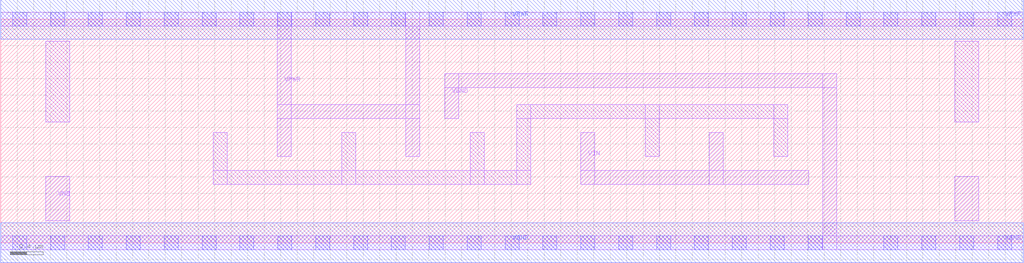
<source format=lef>
VERSION 5.6 ;
BUSBITCHARS "[]" ;
DIVIDERCHAR "/" ;

MACRO HEADER
  CLASS CORE ;
  ORIGIN 0 0 ;
  FOREIGN HEADER 0 0 ;
  SIZE 12.42 BY 2.72 ;
  SYMMETRY X Y ;
  SITE unithd ;
  PIN VIN
    DIRECTION INOUT ;
    USE SIGNAL ;
    PORT
      LAYER li1 ;
        RECT 7.045 0.71 9.81 0.88 ;
        RECT 8.605 0.71 8.775 1.34 ;
        RECT 7.045 0.71 7.215 1.34 ;
    END
  END VIN
  PIN VNB
    DIRECTION INOUT ;
    USE GROUND ;
    SHAPE ABUTMENT ;
    PORT
      LAYER li1 ;
        RECT 11.585 0.265 11.875 0.81 ;
        RECT 0.545 0.265 0.835 0.81 ;
    END
  END VNB
  PIN VGND
    DIRECTION INOUT ;
    USE GROUND ;
    SHAPE ABUTMENT ;
    PORT
      LAYER met1 ;
        RECT 0 -0.24 12.42 0.24 ;
      LAYER li1 ;
        RECT 0 -0.085 12.42 0.085 ;
        RECT 5.395 1.89 10.15 2.06 ;
        RECT 9.98 -0.085 10.15 2.06 ;
        RECT 5.395 1.51 5.565 2.06 ;
      LAYER mcon ;
        RECT 0.145 -0.085 0.315 0.085 ;
        RECT 0.605 -0.085 0.775 0.085 ;
        RECT 1.065 -0.085 1.235 0.085 ;
        RECT 1.525 -0.085 1.695 0.085 ;
        RECT 1.985 -0.085 2.155 0.085 ;
        RECT 2.445 -0.085 2.615 0.085 ;
        RECT 2.905 -0.085 3.075 0.085 ;
        RECT 3.365 -0.085 3.535 0.085 ;
        RECT 3.825 -0.085 3.995 0.085 ;
        RECT 4.285 -0.085 4.455 0.085 ;
        RECT 4.745 -0.085 4.915 0.085 ;
        RECT 5.205 -0.085 5.375 0.085 ;
        RECT 5.665 -0.085 5.835 0.085 ;
        RECT 6.125 -0.085 6.295 0.085 ;
        RECT 6.585 -0.085 6.755 0.085 ;
        RECT 7.045 -0.085 7.215 0.085 ;
        RECT 7.505 -0.085 7.675 0.085 ;
        RECT 7.965 -0.085 8.135 0.085 ;
        RECT 8.425 -0.085 8.595 0.085 ;
        RECT 8.885 -0.085 9.055 0.085 ;
        RECT 9.345 -0.085 9.515 0.085 ;
        RECT 9.805 -0.085 9.975 0.085 ;
        RECT 10.725 -0.085 10.895 0.085 ;
        RECT 11.185 -0.085 11.355 0.085 ;
        RECT 11.645 -0.085 11.815 0.085 ;
        RECT 12.105 -0.085 12.275 0.085 ;
    END
  END VGND
  PIN VPWR
    DIRECTION INOUT ;
    USE POWER ;
    SHAPE ABUTMENT ;
    PORT
      LAYER met1 ;
        RECT 0 2.48 12.42 2.96 ;
      LAYER li1 ;
        RECT 0 2.635 12.42 2.805 ;
        RECT 4.92 1.05 5.09 2.805 ;
        RECT 3.36 1.51 5.09 1.68 ;
        RECT 3.36 1.05 3.53 2.805 ;
      LAYER mcon ;
        RECT 0.145 2.635 0.315 2.805 ;
        RECT 0.605 2.635 0.775 2.805 ;
        RECT 1.065 2.635 1.235 2.805 ;
        RECT 1.525 2.635 1.695 2.805 ;
        RECT 1.985 2.635 2.155 2.805 ;
        RECT 2.445 2.635 2.615 2.805 ;
        RECT 2.905 2.635 3.075 2.805 ;
        RECT 3.365 2.635 3.535 2.805 ;
        RECT 3.825 2.635 3.995 2.805 ;
        RECT 4.285 2.635 4.455 2.805 ;
        RECT 4.745 2.635 4.915 2.805 ;
        RECT 5.205 2.635 5.375 2.805 ;
        RECT 5.665 2.635 5.835 2.805 ;
        RECT 6.125 2.635 6.295 2.805 ;
        RECT 6.585 2.635 6.755 2.805 ;
        RECT 7.045 2.635 7.215 2.805 ;
        RECT 7.505 2.635 7.675 2.805 ;
        RECT 7.965 2.635 8.135 2.805 ;
        RECT 8.425 2.635 8.595 2.805 ;
        RECT 8.885 2.635 9.055 2.805 ;
        RECT 9.345 2.635 9.515 2.805 ;
        RECT 9.805 2.635 9.975 2.805 ;
        RECT 10.265 2.635 10.435 2.805 ;
        RECT 10.725 2.635 10.895 2.805 ;
        RECT 11.185 2.635 11.355 2.805 ;
        RECT 11.645 2.635 11.815 2.805 ;
        RECT 12.105 2.635 12.275 2.805 ;
    END
  END VPWR
  OBS
    LAYER li1 ;
      RECT 6.265 1.51 9.555 1.68 ;
      RECT 9.385 1.05 9.555 1.68 ;
      RECT 7.825 1.05 7.995 1.68 ;
      RECT 6.265 0.71 6.435 1.68 ;
      RECT 5.7 0.71 5.87 1.34 ;
      RECT 4.14 0.71 4.31 1.34 ;
      RECT 2.58 0.71 2.75 1.34 ;
      RECT 2.58 0.71 6.435 0.88 ;
      RECT 11.585 1.47 11.875 2.455 ;
      RECT 0.545 1.47 0.835 2.455 ;
  END
END HEADER

END LIBRARY

</source>
